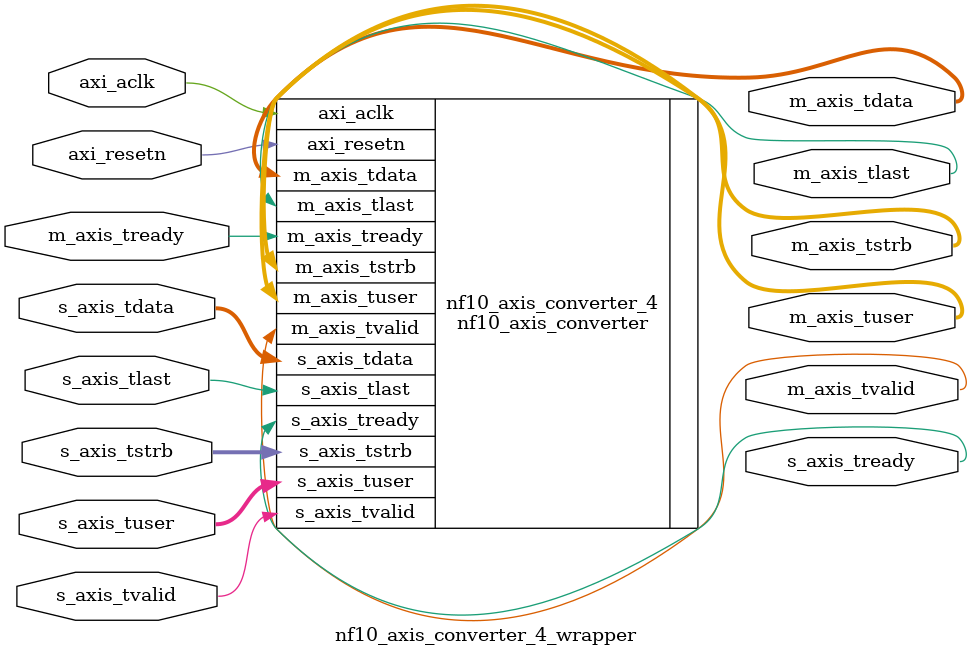
<source format=v>

module nf10_axis_converter_4_wrapper
  (
    axi_aclk,
    axi_resetn,
    m_axis_tdata,
    m_axis_tstrb,
    m_axis_tuser,
    m_axis_tvalid,
    m_axis_tready,
    m_axis_tlast,
    s_axis_tdata,
    s_axis_tstrb,
    s_axis_tuser,
    s_axis_tvalid,
    s_axis_tready,
    s_axis_tlast
  );
  input axi_aclk;
  input axi_resetn;
  output [255:0] m_axis_tdata;
  output [31:0] m_axis_tstrb;
  output [127:0] m_axis_tuser;
  output m_axis_tvalid;
  input m_axis_tready;
  output m_axis_tlast;
  input [63:0] s_axis_tdata;
  input [7:0] s_axis_tstrb;
  input [127:0] s_axis_tuser;
  input s_axis_tvalid;
  output s_axis_tready;
  input s_axis_tlast;

  nf10_axis_converter
    #(
      .C_M_AXIS_DATA_WIDTH ( 256 ),
      .C_S_AXIS_DATA_WIDTH ( 64 ),
      .C_M_AXIS_TUSER_WIDTH ( 128 ),
      .C_S_AXIS_TUSER_WIDTH ( 128 ),
      .C_LEN_WIDTH ( 16 ),
      .C_SPT_WIDTH ( 8 ),
      .C_DPT_WIDTH ( 8 ),
      .C_DEFAULT_VALUE_ENABLE ( 0 ),
      .C_DEFAULT_SRC_PORT ( 8'h00 ),
      .C_DEFAULT_DST_PORT ( 8'h00 )
    )
    nf10_axis_converter_4 (
      .axi_aclk ( axi_aclk ),
      .axi_resetn ( axi_resetn ),
      .m_axis_tdata ( m_axis_tdata ),
      .m_axis_tstrb ( m_axis_tstrb ),
      .m_axis_tuser ( m_axis_tuser ),
      .m_axis_tvalid ( m_axis_tvalid ),
      .m_axis_tready ( m_axis_tready ),
      .m_axis_tlast ( m_axis_tlast ),
      .s_axis_tdata ( s_axis_tdata ),
      .s_axis_tstrb ( s_axis_tstrb ),
      .s_axis_tuser ( s_axis_tuser ),
      .s_axis_tvalid ( s_axis_tvalid ),
      .s_axis_tready ( s_axis_tready ),
      .s_axis_tlast ( s_axis_tlast )
    );

endmodule


</source>
